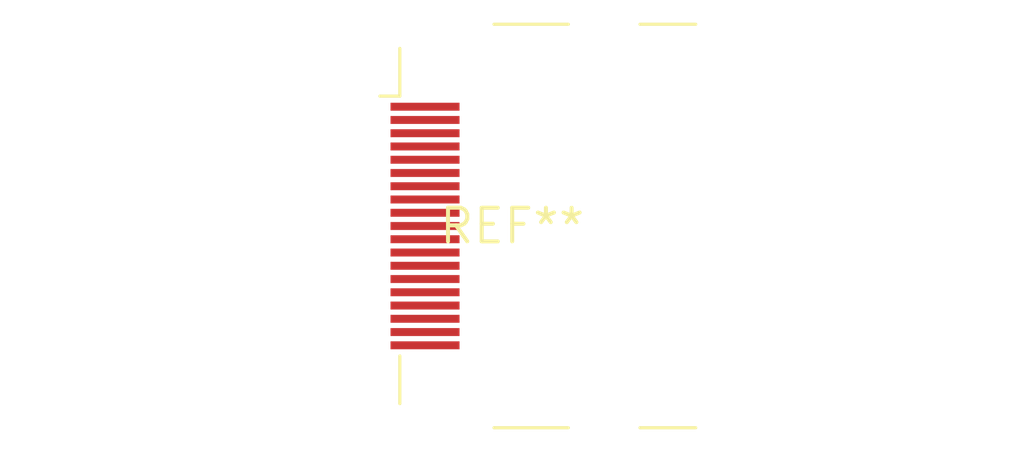
<source format=kicad_pcb>
(kicad_pcb (version 20240108) (generator pcbnew)
  (layers (0 "F.Cu" signal) (31 "B.Cu" signal) (34 "B.Paste" user) (35 "F.Paste" user) (36 "B.SilkS" user "B.Silkscreen") (37 "F.SilkS" user "F.Silkscreen") (38 "B.Mask" user) (39 "F.Mask" user) (44 "Edge.Cuts" user))
  (net 0 "")
  (footprint "HDMI_A_Molex_208658-1001_Horizontal" (layer "F.Cu") (at 0 0)
    (property "Reference" "REF**")
    (property "Value" "HDMI_A_Molex_208658-1001_Horizontal")
    (fp_line (start -4.985 -4.9) (end -4.235 -4.9) (layer "F.SilkS") (stroke (width 0.12)))
    (fp_line (start -4.235 -4.9) (end -4.235 -6.7) (layer "F.SilkS") (stroke (width 0.12)))
    (fp_line (start -4.235 6.7) (end -4.235 4.9) (layer "F.SilkS") (stroke (width 0.12)))
    (fp_line (start -0.685 -7.61) (end 2.115 -7.61) (layer "F.SilkS") (stroke (width 0.12)))
    (fp_line (start -0.685 7.61) (end 2.115 7.61) (layer "F.SilkS") (stroke (width 0.12)))
    (fp_line (start 4.815 -7.61) (end 6.915 -7.61) (layer "F.SilkS") (stroke (width 0.12)))
    (fp_line (start 4.815 7.61) (end 6.915 7.61) (layer "F.SilkS") (stroke (width 0.12)))
    (pad "1" smd rect (at -3.285 -4.5) (size 2.6 0.3) (layers "F.Cu" "F.Paste" "F.Mask"))
    (pad "2" smd rect (at -3.285 -4) (size 2.6 0.3) (layers "F.Cu" "F.Paste" "F.Mask"))
    (pad "3" smd rect (at -3.285 -3.5) (size 2.6 0.3) (layers "F.Cu" "F.Paste" "F.Mask"))
    (pad "4" smd rect (at -3.285 -3) (size 2.6 0.3) (layers "F.Cu" "F.Paste" "F.Mask"))
    (pad "5" smd rect (at -3.285 -2.5) (size 2.6 0.3) (layers "F.Cu" "F.Paste" "F.Mask"))
    (pad "6" smd rect (at -3.285 -2) (size 2.6 0.3) (layers "F.Cu" "F.Paste" "F.Mask"))
    (pad "7" smd rect (at -3.285 -1.5) (size 2.6 0.3) (layers "F.Cu" "F.Paste" "F.Mask"))
    (pad "8" smd rect (at -3.285 -1) (size 2.6 0.3) (layers "F.Cu" "F.Paste" "F.Mask"))
    (pad "9" smd rect (at -3.285 -0.5) (size 2.6 0.3) (layers "F.Cu" "F.Paste" "F.Mask"))
    (pad "10" smd rect (at -3.285 0) (size 2.6 0.3) (layers "F.Cu" "F.Paste" "F.Mask"))
    (pad "11" smd rect (at -3.285 0.5) (size 2.6 0.3) (layers "F.Cu" "F.Paste" "F.Mask"))
    (pad "12" smd rect (at -3.285 1) (size 2.6 0.3) (layers "F.Cu" "F.Paste" "F.Mask"))
    (pad "13" smd rect (at -3.285 1.5) (size 2.6 0.3) (layers "F.Cu" "F.Paste" "F.Mask"))
    (pad "14" smd rect (at -3.285 2) (size 2.6 0.3) (layers "F.Cu" "F.Paste" "F.Mask"))
    (pad "15" smd rect (at -3.285 2.5) (size 2.6 0.3) (layers "F.Cu" "F.Paste" "F.Mask"))
    (pad "16" smd rect (at -3.285 3) (size 2.6 0.3) (layers "F.Cu" "F.Paste" "F.Mask"))
    (pad "17" smd rect (at -3.285 3.5) (size 2.6 0.3) (layers "F.Cu" "F.Paste" "F.Mask"))
    (pad "18" smd rect (at -3.285 4) (size 2.6 0.3) (layers "F.Cu" "F.Paste" "F.Mask"))
    (pad "19" smd rect (at -3.285 4.5) (size 2.6 0.3) (layers "F.Cu" "F.Paste" "F.Mask"))
    (pad "SH" thru_hole oval (at -2.525 -7.25) (size 3.3 1.5) (drill oval 2.7 0.9) (layers *.Cu *.Mask) (remove_unused_layers))
    (pad "SH" thru_hole oval (at -2.525 7.25) (size 3.3 1.5) (drill oval 2.7 0.9) (layers *.Cu *.Mask) (remove_unused_layers))
    (pad "SH" thru_hole oval (at 3.435 -7.25) (size 2.3 1.5) (drill oval 1.7 0.9) (layers *.Cu *.Mask) (remove_unused_layers))
    (pad "SH" thru_hole oval (at 3.435 7.25) (size 2.3 1.5) (drill oval 1.7 0.9) (layers *.Cu *.Mask) (remove_unused_layers))
  )
)
</source>
